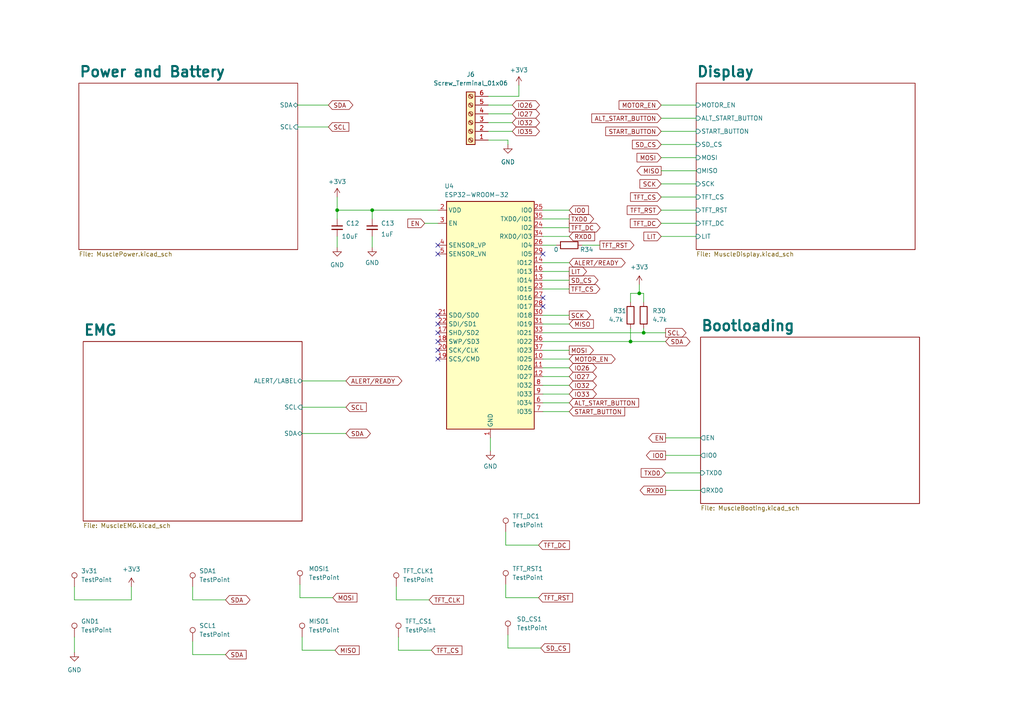
<source format=kicad_sch>
(kicad_sch (version 20230121) (generator eeschema)
  (paper "A4")
  (title_block (title "Muscle Recovery V1 Schematic") (company "Generate Product Development Studio"))
  (lib_symbols
    (symbol "Connector:Screw_Terminal_01x06" (pin_names (offset 1.016) hide)
      (property "Reference" "J" (at 0 7.62 0))
      (property "Value" "Screw_Terminal_01x06" (at 0 -10.16 0))
      (symbol "Screw_Terminal_01x06_1_1"
        (rectangle (start -1.27 6.35) (end 1.27 -8.89) (stroke (width 0.254)) (fill (type background)))
        (circle (center 0 -7.62) (radius 0.635) (stroke (width 0.1524)))
        (circle (center 0 -5.08) (radius 0.635) (stroke (width 0.1524)))
        (circle (center 0 -2.54) (radius 0.635) (stroke (width 0.1524)))
        (polyline (pts (xy -0.5334 -7.2898) (xy 0.3302 -8.128)) (stroke (width 0.1524)))
        (polyline (pts (xy -0.5334 -4.7498) (xy 0.3302 -5.588)) (stroke (width 0.1524)))
        (polyline (pts (xy -0.5334 -2.2098) (xy 0.3302 -3.048)) (stroke (width 0.1524)))
        (polyline (pts (xy -0.5334 0.3302) (xy 0.3302 -0.508)) (stroke (width 0.1524)))
        (polyline (pts (xy -0.5334 2.8702) (xy 0.3302 2.032)) (stroke (width 0.1524)))
        (polyline (pts (xy -0.5334 5.4102) (xy 0.3302 4.572)) (stroke (width 0.1524)))
        (polyline (pts (xy -0.3556 -7.112) (xy 0.508 -7.9502)) (stroke (width 0.1524)))
        (polyline (pts (xy -0.3556 -4.572) (xy 0.508 -5.4102)) (stroke (width 0.1524)))
        (polyline (pts (xy -0.3556 -2.032) (xy 0.508 -2.8702)) (stroke (width 0.1524)))
        (polyline (pts (xy -0.3556 0.508) (xy 0.508 -0.3302)) (stroke (width 0.1524)))
        (polyline (pts (xy -0.3556 3.048) (xy 0.508 2.2098)) (stroke (width 0.1524)))
        (polyline (pts (xy -0.3556 5.588) (xy 0.508 4.7498)) (stroke (width 0.1524)))
        (circle (center 0 0) (radius 0.635) (stroke (width 0.1524)))
        (circle (center 0 2.54) (radius 0.635) (stroke (width 0.1524)))
        (circle (center 0 5.08) (radius 0.635) (stroke (width 0.1524)))
        (pin passive line (at -5.08 5.08 0) (length 3.81) (name "Pin_1") (number "1"))
        (pin passive line (at -5.08 2.54 0) (length 3.81) (name "Pin_2") (number "2"))
        (pin passive line (at -5.08 0 0) (length 3.81) (name "Pin_3") (number "3"))
        (pin passive line (at -5.08 -2.54 0) (length 3.81) (name "Pin_4") (number "4"))
        (pin passive line (at -5.08 -5.08 0) (length 3.81) (name "Pin_5") (number "5"))
        (pin passive line (at -5.08 -7.62 0) (length 3.81) (name "Pin_6") (number "6"))
      )
    )
    (symbol "Connector:TestPoint" (pin_numbers hide) (pin_names (offset 0.762) hide)
      (property "Reference" "TP" (at 0 6.858 0))
      (property "Value" "TestPoint" (at 0 5.08 0))
      (symbol "TestPoint_0_1"
        (circle (center 0 3.302) (radius 0.762))
      )
      (symbol "TestPoint_1_1"
        (pin passive line (at 0 0 90) (length 2.54) (name "1") (number "1"))
      )
    )
    (symbol "Device:C_Small" (pin_numbers hide) (pin_names (offset 0.254) hide)
      (property "Reference" "C" (at 0.254 1.778 0))
      (property "Value" "C_Small" (at 0.254 -2.032 0))
      (symbol "C_Small_0_1"
        (polyline (pts (xy -1.524 -0.508) (xy 1.524 -0.508)) (stroke (width 0.3302)))
        (polyline (pts (xy -1.524 0.508) (xy 1.524 0.508)) (stroke (width 0.3048)))
      )
      (symbol "C_Small_1_1"
        (pin passive line (at 0 2.54 270) (length 2.032) (name "~") (number "1"))
        (pin passive line (at 0 -2.54 90) (length 2.032) (name "~") (number "2"))
      )
    )
    (symbol "Device:R" (pin_numbers hide) (pin_names (offset 0))
      (property "Reference" "R" (at 2.032 0 90))
      (property "Value" "R" (at 0 0 90))
      (symbol "R_0_1"
        (rectangle (start -1.016 -2.54) (end 1.016 2.54) (stroke (width 0.254)))
      )
      (symbol "R_1_1"
        (pin passive line (at 0 3.81 270) (length 1.27) (name "~") (number "1"))
        (pin passive line (at 0 -3.81 90) (length 1.27) (name "~") (number "2"))
      )
    )
    (symbol "RF_Module:ESP32-WROOM-32"
      (property "Reference" "U6" (at 2.1941 37.465 0))
      (property "Value" "ESP32-WROOM-32" (at 2.1941 34.925 0))
      (symbol "ESP32-WROOM-32_0_1"
        (rectangle (start -12.7 33.02) (end 12.7 -33.02) (stroke (width 0.254)) (fill (type background)))
      )
      (symbol "ESP32-WROOM-32_1_1"
        (pin power_in line (at 0 -35.56 90) (length 2.54) (name "GND") (number "1"))
        (pin bidirectional line (at 15.24 -12.7 180) (length 2.54) (name "IO25") (number "10"))
        (pin bidirectional line (at 15.24 -15.24 180) (length 2.54) (name "IO26") (number "11"))
        (pin bidirectional line (at 15.24 -17.78 180) (length 2.54) (name "IO27") (number "12"))
        (pin bidirectional line (at 15.24 10.16 180) (length 2.54) (name "IO14") (number "13"))
        (pin bidirectional line (at 15.24 15.24 180) (length 2.54) (name "IO12") (number "14"))
        (pin passive line (at 0 -35.56 90) (length 2.54) hide (name "GND") (number "15"))
        (pin bidirectional line (at 15.24 12.7 180) (length 2.54) (name "IO13") (number "16"))
        (pin bidirectional line (at -15.24 -5.08 0) (length 2.54) (name "SHD/SD2") (number "17"))
        (pin bidirectional line (at -15.24 -7.62 0) (length 2.54) (name "SWP/SD3") (number "18"))
        (pin bidirectional line (at -15.24 -12.7 0) (length 2.54) (name "SCS/CMD") (number "19"))
        (pin power_in line (at -15.24 30.48 0) (length 2.54) (name "VDD") (number "2"))
        (pin bidirectional line (at -15.24 -10.16 0) (length 2.54) (name "SCK/CLK") (number "20"))
        (pin bidirectional line (at -15.24 0 0) (length 2.54) (name "SDO/SD0") (number "21"))
        (pin bidirectional line (at -15.24 -2.54 0) (length 2.54) (name "SDI/SD1") (number "22"))
        (pin bidirectional line (at 15.24 7.62 180) (length 2.54) (name "IO15") (number "23"))
        (pin bidirectional line (at 15.24 25.4 180) (length 2.54) (name "IO2") (number "24"))
        (pin bidirectional line (at 15.24 30.48 180) (length 2.54) (name "IO0") (number "25"))
        (pin bidirectional line (at 15.24 20.32 180) (length 2.54) (name "IO4") (number "26"))
        (pin bidirectional line (at 15.24 5.08 180) (length 2.54) (name "IO16") (number "27"))
        (pin bidirectional line (at 15.24 2.54 180) (length 2.54) (name "IO17") (number "28"))
        (pin bidirectional line (at 15.24 17.78 180) (length 2.54) (name "IO5") (number "29"))
        (pin input line (at -15.24 26.67 0) (length 2.54) (name "EN") (number "3"))
        (pin bidirectional line (at 15.24 0 180) (length 2.54) (name "IO18") (number "30"))
        (pin bidirectional line (at 15.24 -2.54 180) (length 2.54) (name "IO19") (number "31"))
        (pin no_connect line (at -12.7 -27.94 0) (length 2.54) hide (name "NC") (number "32"))
        (pin bidirectional line (at 15.24 -5.08 180) (length 2.54) (name "IO21") (number "33"))
        (pin bidirectional line (at 15.24 22.86 180) (length 2.54) (name "RXD0/IO3") (number "34"))
        (pin bidirectional line (at 15.24 27.94 180) (length 2.54) (name "TXD0/IO1") (number "35"))
        (pin bidirectional line (at 15.24 -7.62 180) (length 2.54) (name "IO22") (number "36"))
        (pin bidirectional line (at 15.24 -10.16 180) (length 2.54) (name "IO23") (number "37"))
        (pin passive line (at 0 -35.56 90) (length 2.54) hide (name "GND") (number "38"))
        (pin passive line (at 0 -35.56 90) (length 2.54) hide (name "GND") (number "39"))
        (pin input line (at -15.24 20.32 0) (length 2.54) (name "SENSOR_VP") (number "4"))
        (pin input line (at -15.24 17.78 0) (length 2.54) (name "SENSOR_VN") (number "5"))
        (pin input line (at 15.24 -25.4 180) (length 2.54) (name "IO34") (number "6"))
        (pin input line (at 15.24 -27.94 180) (length 2.54) (name "IO35") (number "7"))
        (pin bidirectional line (at 15.24 -20.32 180) (length 2.54) (name "IO32") (number "8"))
        (pin bidirectional line (at 15.24 -22.86 180) (length 2.54) (name "IO33") (number "9"))
      )
    )
    (symbol "power:+3V3" (power) (pin_names (offset 0))
      (property "Value" "+3V3" (at 0 3.556 0))
      (symbol "+3V3_0_1"
        (polyline (pts (xy -0.762 1.27) (xy 0 2.54)))
        (polyline (pts (xy 0 0) (xy 0 2.54)))
        (polyline (pts (xy 0 2.54) (xy 0.762 1.27)))
      )
      (symbol "+3V3_1_1"
        (pin power_in line (at 0 0 90) (length 0) hide (name "+3V3") (number "1"))
      )
    )
    (symbol "power:GND" (power) (pin_names (offset 0))
      (property "Value" "GND" (at 0 -3.81 0))
      (symbol "GND_0_1"
        (polyline (pts (xy 0 0) (xy 0 -1.27) (xy 1.27 -1.27) (xy 0 -2.54) (xy -1.27 -1.27) (xy 0 -1.27)))
      )
      (symbol "GND_1_1"
        (pin power_in line (at 0 0 270) (length 0) hide (name "GND") (number "1"))
      )
    )
  )
  (junction (at 107.95 60.96))
  (junction (at 186.69 96.52))
  (junction (at 182.88 99.06))
  (junction (at 185.42 85.09))
  (junction (at 97.79 60.96))
  (no_connect (at 127 101.6))
  (no_connect (at 127 73.66))
  (no_connect (at 127 71.12))
  (no_connect (at 127 104.14))
  (no_connect (at 157.48 86.36))
  (no_connect (at 157.48 73.66))
  (no_connect (at 127 93.98))
  (no_connect (at 127 99.06))
  (no_connect (at 157.48 88.9))
  (no_connect (at 127 91.44))
  (no_connect (at 127 96.52))
  (wire (pts (xy 191.77 57.15) (xy 201.93 57.15)))
  (wire (pts (xy 86.36 36.83) (xy 95.25 36.83)))
  (wire (pts (xy 55.88 173.99) (xy 65.405 173.99)))
  (wire (pts (xy 87.63 184.785) (xy 87.63 188.595)))
  (wire (pts (xy 55.88 189.865) (xy 65.405 189.865)))
  (wire (pts (xy 182.88 95.25) (xy 182.88 99.06)))
  (wire (pts (xy 141.605 38.1) (xy 148.59 38.1)))
  (wire (pts (xy 87.63 110.49) (xy 100.33 110.49)))
  (wire (pts (xy 141.605 30.48) (xy 148.59 30.48)))
  (wire (pts (xy 150.495 27.94) (xy 150.495 24.765)))
  (wire (pts (xy 157.48 101.6) (xy 165.1 101.6)))
  (wire (pts (xy 141.605 33.02) (xy 148.59 33.02)))
  (wire (pts (xy 191.77 30.48) (xy 201.93 30.48)))
  (wire (pts (xy 193.04 142.24) (xy 203.2 142.24)))
  (wire (pts (xy 146.685 158.115) (xy 156.21 158.115)))
  (wire (pts (xy 157.48 106.68) (xy 165.1 106.68)))
  (wire (pts (xy 147.32 40.64) (xy 147.32 41.91)))
  (wire (pts (xy 107.95 60.96) (xy 127 60.96)))
  (wire (pts (xy 185.42 85.09) (xy 186.69 85.09)))
  (wire (pts (xy 157.48 116.84) (xy 165.1 116.84)))
  (wire (pts (xy 87.63 188.595) (xy 97.155 188.595)))
  (wire (pts (xy 97.79 68.58) (xy 97.79 71.755)))
  (wire (pts (xy 107.95 71.755) (xy 107.95 68.58)))
  (wire (pts (xy 157.48 99.06) (xy 182.88 99.06)))
  (wire (pts (xy 157.48 63.5) (xy 165.1 63.5)))
  (wire (pts (xy 191.77 41.91) (xy 201.93 41.91)))
  (wire (pts (xy 191.77 60.96) (xy 201.93 60.96)))
  (wire (pts (xy 157.48 91.44) (xy 165.1 91.44)))
  (wire (pts (xy 87.63 125.73) (xy 100.33 125.73)))
  (wire (pts (xy 86.36 30.48) (xy 95.25 30.48)))
  (wire (pts (xy 107.95 63.5) (xy 107.95 60.96)))
  (wire (pts (xy 146.685 154.305) (xy 146.685 158.115)))
  (wire (pts (xy 97.79 60.96) (xy 97.79 63.5)))
  (wire (pts (xy 141.605 27.94) (xy 150.495 27.94)))
  (wire (pts (xy 147.32 187.96) (xy 156.845 187.96)))
  (wire (pts (xy 191.77 64.77) (xy 201.93 64.77)))
  (wire (pts (xy 97.79 60.96) (xy 107.95 60.96)))
  (wire (pts (xy 193.04 132.08) (xy 203.2 132.08)))
  (wire (pts (xy 114.935 173.99) (xy 124.46 173.99)))
  (wire (pts (xy 182.88 85.09) (xy 185.42 85.09)))
  (wire (pts (xy 157.48 83.82) (xy 165.1 83.82)))
  (wire (pts (xy 147.32 184.15) (xy 147.32 187.96)))
  (wire (pts (xy 157.48 96.52) (xy 186.69 96.52)))
  (wire (pts (xy 185.42 82.55) (xy 185.42 85.09)))
  (wire (pts (xy 87.63 118.11) (xy 100.33 118.11)))
  (wire (pts (xy 21.59 173.99) (xy 38.1 173.99)))
  (wire (pts (xy 157.48 93.98) (xy 165.1 93.98)))
  (wire (pts (xy 157.48 78.74) (xy 165.1 78.74)))
  (wire (pts (xy 191.77 38.1) (xy 201.93 38.1)))
  (wire (pts (xy 191.77 34.29) (xy 201.93 34.29)))
  (wire (pts (xy 186.69 95.25) (xy 186.69 96.52)))
  (wire (pts (xy 157.48 81.28) (xy 165.1 81.28)))
  (wire (pts (xy 193.04 137.16) (xy 203.2 137.16)))
  (wire (pts (xy 123.19 64.77) (xy 127 64.77)))
  (wire (pts (xy 157.48 114.3) (xy 165.1 114.3)))
  (wire (pts (xy 186.69 85.09) (xy 186.69 87.63)))
  (wire (pts (xy 141.605 40.64) (xy 147.32 40.64)))
  (wire (pts (xy 186.69 96.52) (xy 193.04 96.52)))
  (wire (pts (xy 115.57 188.595) (xy 125.095 188.595)))
  (wire (pts (xy 141.605 35.56) (xy 148.59 35.56)))
  (wire (pts (xy 182.88 99.06) (xy 193.04 99.06)))
  (wire (pts (xy 191.77 45.72) (xy 201.93 45.72)))
  (wire (pts (xy 55.88 170.18) (xy 55.88 173.99)))
  (wire (pts (xy 157.48 119.38) (xy 165.1 119.38)))
  (wire (pts (xy 157.48 111.76) (xy 165.1 111.76)))
  (wire (pts (xy 97.79 57.15) (xy 97.79 60.96)))
  (wire (pts (xy 55.88 186.055) (xy 55.88 189.865)))
  (wire (pts (xy 157.48 104.14) (xy 165.1 104.14)))
  (wire (pts (xy 157.48 109.22) (xy 165.1 109.22)))
  (wire (pts (xy 115.57 184.785) (xy 115.57 188.595)))
  (wire (pts (xy 157.48 71.12) (xy 161.29 71.12)))
  (wire (pts (xy 86.995 173.355) (xy 96.52 173.355)))
  (wire (pts (xy 191.77 49.53) (xy 201.93 49.53)))
  (wire (pts (xy 168.91 71.12) (xy 173.99 71.12)))
  (wire (pts (xy 146.685 169.545) (xy 146.685 173.355)))
  (wire (pts (xy 157.48 60.96) (xy 165.1 60.96)))
  (wire (pts (xy 157.48 66.04) (xy 165.1 66.04)))
  (wire (pts (xy 191.77 53.34) (xy 201.93 53.34)))
  (wire (pts (xy 182.88 87.63) (xy 182.88 85.09)))
  (wire (pts (xy 38.1 173.99) (xy 38.1 170.18)))
  (wire (pts (xy 21.59 170.18) (xy 21.59 173.99)))
  (wire (pts (xy 114.935 170.18) (xy 114.935 173.99)))
  (wire (pts (xy 142.24 127) (xy 142.24 130.81)))
  (wire (pts (xy 157.48 76.2) (xy 165.1 76.2)))
  (wire (pts (xy 86.995 169.545) (xy 86.995 173.355)))
  (wire (pts (xy 193.04 127) (xy 203.2 127)))
  (wire (pts (xy 146.685 173.355) (xy 156.21 173.355)))
  (wire (pts (xy 191.77 68.58) (xy 201.93 68.58)))
  (wire (pts (xy 157.48 68.58) (xy 165.1 68.58)))
  (wire (pts (xy 21.59 184.785) (xy 21.59 189.23)))
  (global_label "TFT_DC" (shape input) (at 191.77 64.77 180) (property "Intersheetrefs" "${INTERSHEET_REFS}" (effects hide)))
  (global_label "LIT" (shape output) (at 165.1 78.74 0) (property "Intersheetrefs" "${INTERSHEET_REFS}" (effects hide)))
  (global_label "IO0" (shape input) (at 165.1 60.96 0) (property "Intersheetrefs" "${INTERSHEET_REFS}" (effects hide)))
  (global_label "MOTOR_EN" (shape bidirectional) (at 165.1 104.14 0) (property "Intersheetrefs" "${INTERSHEET_REFS}" (effects hide)))
  (global_label "TFT_RST" (shape output) (at 173.99 71.12 0) (property "Intersheetrefs" "${INTERSHEET_REFS}" (effects hide)))
  (global_label "TFT_DC" (shape input) (at 156.21 158.115 0) (property "Intersheetrefs" "${INTERSHEET_REFS}" (effects hide)))
  (global_label "MISO" (shape input) (at 97.155 188.595 0) (property "Intersheetrefs" "${INTERSHEET_REFS}" (effects hide)))
  (global_label "SDA" (shape input) (at 65.405 189.865 0) (property "Intersheetrefs" "${INTERSHEET_REFS}" (effects hide)))
  (global_label "SDA" (shape bidirectional) (at 100.33 125.73 0) (property "Intersheetrefs" "${INTERSHEET_REFS}" (effects hide)))
  (global_label "START_BUTTON" (shape input) (at 191.77 38.1 180) (property "Intersheetrefs" "${INTERSHEET_REFS}" (effects hide)))
  (global_label "MOSI" (shape input) (at 96.52 173.355 0) (property "Intersheetrefs" "${INTERSHEET_REFS}" (effects hide)))
  (global_label "SDA" (shape bidirectional) (at 193.04 99.06 0) (property "Intersheetrefs" "${INTERSHEET_REFS}" (effects hide)))
  (global_label "TFT_CLK" (shape input) (at 124.46 173.99 0) (property "Intersheetrefs" "${INTERSHEET_REFS}" (effects hide)))
  (global_label "MOSI" (shape output) (at 165.1 101.6 0) (property "Intersheetrefs" "${INTERSHEET_REFS}" (effects hide)))
  (global_label "SCL" (shape input) (at 95.25 36.83 0) (property "Intersheetrefs" "${INTERSHEET_REFS}" (effects hide)))
  (global_label "ALT_START_BUTTON" (shape input) (at 191.77 34.29 180) (property "Intersheetrefs" "${INTERSHEET_REFS}" (effects hide)))
  (global_label "MOTOR_EN" (shape input) (at 191.77 30.48 180) (property "Intersheetrefs" "${INTERSHEET_REFS}" (effects hide)))
  (global_label "SDA" (shape bidirectional) (at 65.405 173.99 0) (property "Intersheetrefs" "${INTERSHEET_REFS}" (effects hide)))
  (global_label "SCK" (shape input) (at 191.77 53.34 180) (property "Intersheetrefs" "${INTERSHEET_REFS}" (effects hide)))
  (global_label "TXD0" (shape input) (at 193.04 137.16 180) (property "Intersheetrefs" "${INTERSHEET_REFS}" (effects hide)))
  (global_label "IO35" (shape bidirectional) (at 148.59 38.1 0) (property "Intersheetrefs" "${INTERSHEET_REFS}" (effects hide)))
  (global_label "SD_CS" (shape output) (at 165.1 81.28 0) (property "Intersheetrefs" "${INTERSHEET_REFS}" (effects hide)))
  (global_label "LIT" (shape input) (at 191.77 68.58 180) (property "Intersheetrefs" "${INTERSHEET_REFS}" (effects hide)))
  (global_label "IO26" (shape bidirectional) (at 165.1 106.68 0) (property "Intersheetrefs" "${INTERSHEET_REFS}" (effects hide)))
  (global_label "TFT_RST" (shape input) (at 156.21 173.355 0) (property "Intersheetrefs" "${INTERSHEET_REFS}" (effects hide)))
  (global_label "SCL" (shape input) (at 100.33 118.11 0) (property "Intersheetrefs" "${INTERSHEET_REFS}" (effects hide)))
  (global_label "TFT_DC" (shape output) (at 165.1 66.04 0) (property "Intersheetrefs" "${INTERSHEET_REFS}" (effects hide)))
  (global_label "IO33" (shape bidirectional) (at 165.1 114.3 0) (property "Intersheetrefs" "${INTERSHEET_REFS}" (effects hide)))
  (global_label "SCK" (shape output) (at 165.1 91.44 0) (property "Intersheetrefs" "${INTERSHEET_REFS}" (effects hide)))
  (global_label "TFT_CS" (shape input) (at 191.77 57.15 180) (property "Intersheetrefs" "${INTERSHEET_REFS}" (effects hide)))
  (global_label "SD_CS" (shape input) (at 191.77 41.91 180) (property "Intersheetrefs" "${INTERSHEET_REFS}" (effects hide)))
  (global_label "MISO" (shape input) (at 165.1 93.98 0) (property "Intersheetrefs" "${INTERSHEET_REFS}" (effects hide)))
  (global_label "RXD0" (shape input) (at 165.1 68.58 0) (property "Intersheetrefs" "${INTERSHEET_REFS}" (effects hide)))
  (global_label "EN" (shape output) (at 193.04 127 180) (property "Intersheetrefs" "${INTERSHEET_REFS}" (effects hide)))
  (global_label "IO32" (shape bidirectional) (at 165.1 111.76 0) (property "Intersheetrefs" "${INTERSHEET_REFS}" (effects hide)))
  (global_label "IO0" (shape output) (at 193.04 132.08 180) (property "Intersheetrefs" "${INTERSHEET_REFS}" (effects hide)))
  (global_label "TFT_RST" (shape input) (at 191.77 60.96 180) (property "Intersheetrefs" "${INTERSHEET_REFS}" (effects hide)))
  (global_label "ALERT{slash}READY" (shape bidirectional) (at 100.33 110.49 0) (property "Intersheetrefs" "${INTERSHEET_REFS}" (effects hide)))
  (global_label "IO32" (shape bidirectional) (at 148.59 35.56 0) (property "Intersheetrefs" "${INTERSHEET_REFS}" (effects hide)))
  (global_label "RXD0" (shape output) (at 193.04 142.24 180) (property "Intersheetrefs" "${INTERSHEET_REFS}" (effects hide)))
  (global_label "IO27" (shape bidirectional) (at 148.59 33.02 0) (property "Intersheetrefs" "${INTERSHEET_REFS}" (effects hide)))
  (global_label "SDA" (shape bidirectional) (at 95.25 30.48 0) (property "Intersheetrefs" "${INTERSHEET_REFS}" (effects hide)))
  (global_label "MOSI" (shape input) (at 191.77 45.72 180) (property "Intersheetrefs" "${INTERSHEET_REFS}" (effects hide)))
  (global_label "SCL" (shape output) (at 193.04 96.52 0) (property "Intersheetrefs" "${INTERSHEET_REFS}" (effects hide)))
  (global_label "START_BUTTON" (shape input) (at 165.1 119.38 0) (property "Intersheetrefs" "${INTERSHEET_REFS}" (effects hide)))
  (global_label "MISO" (shape output) (at 191.77 49.53 180) (property "Intersheetrefs" "${INTERSHEET_REFS}" (effects hide)))
  (global_label "ALT_START_BUTTON" (shape input) (at 165.1 116.84 0) (property "Intersheetrefs" "${INTERSHEET_REFS}" (effects hide)))
  (global_label "TXD0" (shape output) (at 165.1 63.5 0) (property "Intersheetrefs" "${INTERSHEET_REFS}" (effects hide)))
  (global_label "EN" (shape input) (at 123.19 64.77 180) (property "Intersheetrefs" "${INTERSHEET_REFS}" (effects hide)))
  (global_label "SD_CS" (shape input) (at 156.845 187.96 0) (property "Intersheetrefs" "${INTERSHEET_REFS}" (effects hide)))
  (global_label "IO26" (shape bidirectional) (at 148.59 30.48 0) (property "Intersheetrefs" "${INTERSHEET_REFS}" (effects hide)))
  (global_label "TFT_CS" (shape input) (at 125.095 188.595 0) (property "Intersheetrefs" "${INTERSHEET_REFS}" (effects hide)))
  (global_label "IO27" (shape bidirectional) (at 165.1 109.22 0) (property "Intersheetrefs" "${INTERSHEET_REFS}" (effects hide)))
  (global_label "ALERT{slash}READY" (shape bidirectional) (at 165.1 76.2 0) (property "Intersheetrefs" "${INTERSHEET_REFS}" (effects hide)))
  (global_label "TFT_CS" (shape output) (at 165.1 83.82 0) (property "Intersheetrefs" "${INTERSHEET_REFS}" (effects hide)))
  (symbol (lib_id "Connector:TestPoint") (at 146.685 169.545 0) (unit 1)
    (property "Reference" "TFT_RST1" (at 148.59 164.973 0) (effects (justify left)))
    (property "Value" "TestPoint" (at 148.59 167.513 0) (effects (justify left)))
    (property "Footprint" "TestPoint:TestPoint_Pad_D1.5mm" (effects hide))
  )
  (symbol (lib_id "power:GND") (at 142.24 130.81 0) (unit 1)
    (property "Reference" "#PWR011" (effects hide))
    (property "Value" "GND" (at 142.24 135.255 0))
  )
  (symbol (lib_id "Connector:TestPoint") (at 21.59 170.18 0) (unit 1)
    (property "Reference" "3v31" (at 23.495 165.608 0) (effects (justify left)))
    (property "Value" "TestPoint" (at 23.495 168.148 0) (effects (justify left)))
    (property "Footprint" "TestPoint:TestPoint_Pad_D1.5mm" (effects hide))
  )
  (symbol (lib_id "power:GND") (at 21.59 189.23 0) (unit 1)
    (property "Reference" "#PWR052" (effects hide))
    (property "Value" "GND" (at 21.59 194.31 0))
  )
  (symbol (lib_id "power:GND") (at 147.32 41.91 0) (unit 1)
    (property "Reference" "#PWR064" (effects hide))
    (property "Value" "GND" (at 147.32 46.99 0))
  )
  (symbol (lib_id "Connector:TestPoint") (at 87.63 184.785 0) (unit 1)
    (property "Reference" "MISO1" (at 89.535 180.213 0) (effects (justify left)))
    (property "Value" "TestPoint" (at 89.535 182.753 0) (effects (justify left)))
    (property "Footprint" "TestPoint:TestPoint_Pad_D1.5mm" (effects hide))
  )
  (symbol (lib_id "Device:C_Small") (at 97.79 66.04 0) (unit 1)
    (property "Reference" "C12" (at 100.33 64.7763 0) (effects (justify left)))
    (property "Value" "10uF" (at 99.06 68.58 0) (effects (justify left)))
    (property "Footprint" "Capacitor_SMD:C_0805_2012Metric" (effects hide))
  )
  (symbol (lib_id "Device:C_Small") (at 107.95 66.04 0) (unit 1)
    (property "Reference" "C13" (at 110.49 64.77 0) (effects (justify left)))
    (property "Value" "1uF" (at 110.49 67.945 0) (effects (justify left)))
    (property "Footprint" "Capacitor_SMD:C_0805_2012Metric" (effects hide))
  )
  (symbol (lib_id "Connector:TestPoint") (at 146.685 154.305 0) (unit 1)
    (property "Reference" "TFT_DC1" (at 148.59 149.733 0) (effects (justify left)))
    (property "Value" "TestPoint" (at 148.59 152.273 0) (effects (justify left)))
    (property "Footprint" "TestPoint:TestPoint_Pad_D1.5mm" (effects hide))
  )
  (symbol (lib_id "Connector:TestPoint") (at 147.32 184.15 0) (unit 1)
    (property "Reference" "SD_CS1" (at 149.86 179.578 0) (effects (justify left)))
    (property "Value" "TestPoint" (at 149.86 182.118 0) (effects (justify left)))
    (property "Footprint" "TestPoint:TestPoint_Pad_D1.5mm" (effects hide))
  )
  (symbol (lib_id "power:+3V3") (at 150.495 24.765 0) (unit 1)
    (property "Reference" "#PWR065" (effects hide))
    (property "Value" "+3V3" (at 150.495 20.32 0))
  )
  (symbol (lib_id "Connector:Screw_Terminal_01x06") (at 136.525 35.56 180) (unit 1)
    (property "Reference" "J6" (at 136.525 21.59 0))
    (property "Value" "Screw_Terminal_01x06" (at 136.525 24.13 0))
  )
  (symbol (lib_id "Device:R") (at 186.69 91.44 0) (unit 1)
    (property "Reference" "R30" (at 189.23 90.17 0) (effects (justify left)))
    (property "Value" "4.7k" (at 189.23 92.71 0) (effects (justify left)))
    (property "Footprint" "Resistor_SMD:R_0805_2012Metric" (effects hide))
  )
  (symbol (lib_id "Connector:TestPoint") (at 55.88 186.055 0) (unit 1)
    (property "Reference" "SCL1" (at 57.785 181.483 0) (effects (justify left)))
    (property "Value" "TestPoint" (at 57.785 184.023 0) (effects (justify left)))
    (property "Footprint" "TestPoint:TestPoint_Pad_D1.5mm" (effects hide))
  )
  (symbol (lib_id "power:GND") (at 97.79 71.755 0) (unit 1)
    (property "Reference" "#PWR046" (effects hide))
    (property "Value" "GND" (at 97.79 76.835 0))
  )
  (symbol (lib_id "Connector:TestPoint") (at 114.935 170.18 0) (unit 1)
    (property "Reference" "TFT_CLK1" (at 116.84 165.608 0) (effects (justify left)))
    (property "Value" "TestPoint" (at 116.84 168.148 0) (effects (justify left)))
    (property "Footprint" "TestPoint:TestPoint_Pad_D1.5mm" (effects hide))
  )
  (symbol (lib_id "Device:R") (at 182.88 91.44 180) (unit 1)
    (property "Reference" "R31" (at 177.8 90.17 0) (effects (justify right)))
    (property "Value" "4.7k" (at 176.53 92.71 0) (effects (justify right)))
    (property "Footprint" "Resistor_SMD:R_0805_2012Metric" (effects hide))
  )
  (symbol (lib_id "Connector:TestPoint") (at 21.59 184.785 0) (unit 1)
    (property "Reference" "GND1" (at 23.495 180.213 0) (effects (justify left)))
    (property "Value" "TestPoint" (at 23.495 182.753 0) (effects (justify left)))
    (property "Footprint" "TestPoint:TestPoint_Pad_D1.5mm" (effects hide))
  )
  (symbol (lib_id "power:+3V3") (at 97.79 57.15 0) (unit 1)
    (property "Reference" "#PWR015" (effects hide))
    (property "Value" "+3V3" (at 97.79 52.705 0))
  )
  (symbol (lib_id "power:+3V3") (at 38.1 170.18 0) (unit 1)
    (property "Reference" "#PWR048" (effects hide))
    (property "Value" "+3V3" (at 38.1 165.1 0))
  )
  (symbol (lib_id "Connector:TestPoint") (at 115.57 184.785 0) (unit 1)
    (property "Reference" "TFT_CS1" (at 117.475 180.213 0) (effects (justify left)))
    (property "Value" "TestPoint" (at 117.475 182.753 0) (effects (justify left)))
    (property "Footprint" "TestPoint:TestPoint_Pad_D1.5mm" (effects hide))
  )
  (symbol (lib_id "Device:R") (at 165.1 71.12 270) (unit 1)
    (property "Reference" "R34" (at 170.18 72.39 90))
    (property "Value" "0" (at 161.29 72.39 90))
    (property "Footprint" "Resistor_SMD:R_0805_2012Metric" (effects hide))
  )
  (symbol (lib_id "Connector:TestPoint") (at 86.995 169.545 0) (unit 1)
    (property "Reference" "MOSI1" (at 89.535 164.973 0) (effects (justify left)))
    (property "Value" "TestPoint" (at 89.535 167.513 0) (effects (justify left)))
    (property "Footprint" "TestPoint:TestPoint_Pad_D1.5mm" (effects hide))
  )
  (symbol (lib_id "power:+3V3") (at 185.42 82.55 0) (unit 1)
    (property "Reference" "#PWR010" (effects hide))
    (property "Value" "+3V3" (at 185.42 77.47 0))
  )
  (symbol (lib_id "power:GND") (at 107.95 71.755 0) (unit 1)
    (property "Reference" "#PWR047" (effects hide))
    (property "Value" "GND" (at 107.95 76.2 0))
  )
  (symbol (lib_id "Connector:TestPoint") (at 55.88 170.18 0) (unit 1)
    (property "Reference" "SDA1" (at 57.785 165.608 0) (effects (justify left)))
    (property "Value" "TestPoint" (at 57.785 168.148 0) (effects (justify left)))
    (property "Footprint" "TestPoint:TestPoint_Pad_D1.5mm" (effects hide))
  )
  (symbol (lib_id "RF_Module:ESP32-WROOM-32") (at 142.24 91.44 0) (unit 1)
    (property "Reference" "U4" (at 128.905 53.975 0) (effects (justify left)))
    (property "Value" "ESP32-WROOM-32" (at 128.905 56.515 0) (effects (justify left)))
    (property "Footprint" "RF_Module:ESP32-WROOM-32" (effects hide))
    (property "Datasheet" "https://www.espressif.com/sites/default/files/documentation/esp32-wroom-32_datasheet_en.pdf" (effects hide))
  )
  (sheet (at 24.13 99.06) (size 63.5 52.07) (stroke (width 0.1524))
    (property "Sheetname" "EMG" (at 24.13 97.4834 0) (effects (font (size 3 3) bold) (justify left bottom)))
    (property "Sheetfile" "MuscleEMG.kicad_sch" (at 24.13 151.7146 0) (effects (justify left top)))
    (pin "ALERT{slash}LABEL" bidirectional (at 87.63 110.49 0))
    (pin "SCL" input (at 87.63 118.11 0))
    (pin "SDA" bidirectional (at 87.63 125.73 0))
  )
  (sheet (at 203.2 97.79) (size 63.5 48.26) (stroke (width 0.1524))
    (property "Sheetname" "Bootloading" (at 203.2 96.2134 0) (effects (font (size 3 3) bold) (justify left bottom)))
    (property "Sheetfile" "MuscleBooting.kicad_sch" (at 203.2 146.6346 0) (effects (justify left top)))
    (pin "EN" output (at 203.2 127 180))
    (pin "IO0" output (at 203.2 132.08 180))
    (pin "TXD0" input (at 203.2 137.16 180))
    (pin "RXD0" output (at 203.2 142.24 180))
  )
  (sheet (at 22.86 24.13) (size 63.5 48.26) (stroke (width 0.1524))
    (property "Sheetname" "Power and Battery" (at 22.86 22.5534 0) (effects (font (size 3 3) bold) (justify left bottom)))
    (property "Sheetfile" "MusclePower.kicad_sch" (at 22.86 72.9746 0) (effects (justify left top)))
    (pin "SDA" bidirectional (at 86.36 30.48 0))
    (pin "SCL" input (at 86.36 36.83 0))
  )
  (sheet (at 201.93 24.13) (size 63.5 48.26) (stroke (width 0.1524))
    (property "Sheetname" "Display" (at 201.93 22.5534 0) (effects (font (size 3 3) bold) (justify left bottom)))
    (property "Sheetfile" "MuscleDisplay.kicad_sch" (at 201.93 72.9746 0) (effects (justify left top)))
    (pin "MISO" output (at 201.93 49.53 180))
    (pin "MOSI" input (at 201.93 45.72 180))
    (pin "SD_CS" input (at 201.93 41.91 180))
    (pin "TFT_DC" input (at 201.93 64.77 180))
    (pin "TFT_RST" input (at 201.93 60.96 180))
    (pin "TFT_CS" input (at 201.93 57.15 180))
    (pin "LIT" input (at 201.93 68.58 180))
    (pin "SCK" input (at 201.93 53.34 180))
    (pin "START_BUTTON" input (at 201.93 38.1 180))
    (pin "ALT_START_BUTTON" input (at 201.93 34.29 180))
    (pin "MOTOR_EN" input (at 201.93 30.48 180))
  )
)
</source>
